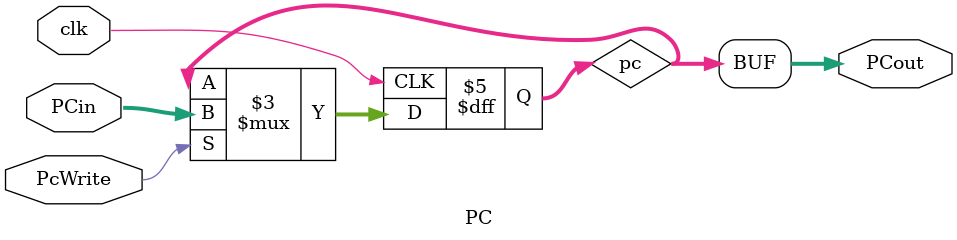
<source format=v>
`timescale 1ns / 1ps


module PC(
input clk,
input PcWrite,
input[31:0] PCin,
output[31:0] PCout
    );
    reg[31:0] pc;
    
    initial pc = 0;
    assign PCout = pc;

    always@(posedge clk) begin
        if(PcWrite)
            pc <= PCin;
    end
endmodule

</source>
